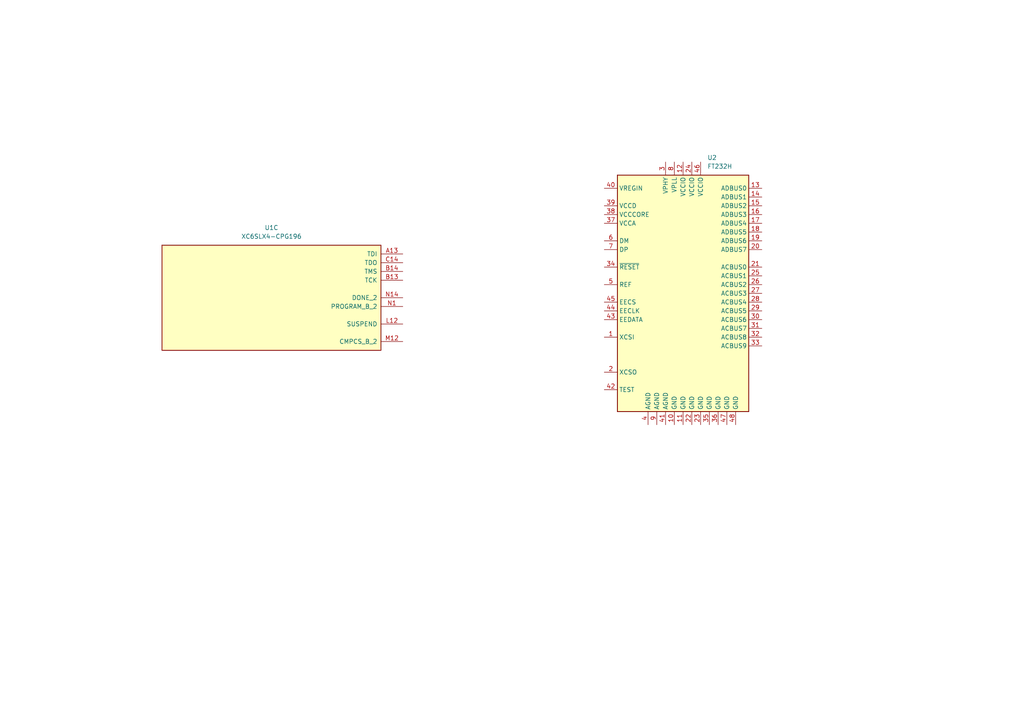
<source format=kicad_sch>
(kicad_sch (version 20230121) (generator eeschema)
  (paper "A4")
  (lib_symbols
    (symbol "FPGA_Xilinx_Spartan6:XC6SLX4-CPG196" (pin_names (offset 1.016))
      (property "Reference" "U" (at 0 1.27 0))
      (property "Value" "XC6SLX4-CPG196" (at 0 -1.27 0))
      (symbol "XC6SLX4-CPG196_1_1"
        (rectangle (start -44.45 36.83) (end 44.45 -43.18) (stroke (width 0.254)) (fill (type background)))
        (pin bidirectional line (at -50.8 -25.4 0) (length 6.35) (name "IO_L63N_SCP6_0") (number "A10"))
        (pin bidirectional line (at -50.8 -30.48 0) (length 6.35) (name "IO_L64N_SCP4_0") (number "A11"))
        (pin bidirectional line (at -50.8 -35.56 0) (length 6.35) (name "IO_L65N_SCP2_0") (number "A12"))
        (pin bidirectional line (at -50.8 20.32 0) (length 6.35) (name "IO_L1N_VREF_0") (number "A2"))
        (pin bidirectional line (at -50.8 15.24 0) (length 6.35) (name "IO_L2N_0") (number "A3"))
        (pin bidirectional line (at -50.8 10.16 0) (length 6.35) (name "IO_L3N_0") (number "A4"))
        (pin bidirectional line (at -50.8 5.08 0) (length 6.35) (name "IO_L4N_0") (number "A5"))
        (pin bidirectional line (at -50.8 0 0) (length 6.35) (name "IO_L34N_GCLK18_0") (number "A6"))
        (pin bidirectional line (at -50.8 -5.08 0) (length 6.35) (name "IO_L35N_GCLK16_0") (number "A7"))
        (pin bidirectional line (at -50.8 -15.24 0) (length 6.35) (name "IO_L37N_GCLK12_0") (number "A8"))
        (pin bidirectional line (at -50.8 -20.32 0) (length 6.35) (name "IO_L62N_VREF_0") (number "A9"))
        (pin bidirectional line (at -50.8 -22.86 0) (length 6.35) (name "IO_L63P_SCP7_0") (number "B10"))
        (pin bidirectional line (at -50.8 -27.94 0) (length 6.35) (name "IO_L64P_SCP5_0") (number "B11"))
        (pin bidirectional line (at -50.8 -33.02 0) (length 6.35) (name "IO_L65P_SCP3_0") (number "B12"))
        (pin bidirectional line (at -50.8 22.86 0) (length 6.35) (name "IO_L1P_HSWAPEN_0") (number "B2"))
        (pin bidirectional line (at -50.8 17.78 0) (length 6.35) (name "IO_L2P_0") (number "B3"))
        (pin bidirectional line (at -50.8 12.7 0) (length 6.35) (name "IO_L3P_0") (number "B4"))
        (pin bidirectional line (at -50.8 7.62 0) (length 6.35) (name "IO_L4P_0") (number "B5"))
        (pin bidirectional line (at -50.8 2.54 0) (length 6.35) (name "IO_L34P_GCLK19_0") (number "B6"))
        (pin bidirectional line (at -50.8 -2.54 0) (length 6.35) (name "IO_L35P_GCLK17_0") (number "B7"))
        (pin bidirectional line (at -50.8 -12.7 0) (length 6.35) (name "IO_L37P_GCLK13_0") (number "B8"))
        (pin bidirectional line (at -50.8 -17.78 0) (length 6.35) (name "IO_L62P_0") (number "B9"))
        (pin power_in line (at -33.02 43.18 270) (length 6.35) (name "VCCO_0") (number "C10"))
        (pin bidirectional line (at -50.8 -40.64 0) (length 6.35) (name "IO_L66N_SCP0_0") (number "C11"))
        (pin bidirectional line (at 50.8 22.86 180) (length 6.35) (name "IO_L1P_1") (number "C12"))
        (pin bidirectional line (at 50.8 20.32 180) (length 6.35) (name "IO_L1N_VREF_1") (number "C13"))
        (pin power_in line (at -40.64 43.18 270) (length 6.35) (name "VCCO_0") (number "C4"))
        (pin power_in line (at -38.1 43.18 270) (length 6.35) (name "VCCO_0") (number "C5"))
        (pin bidirectional line (at -50.8 -10.16 0) (length 6.35) (name "IO_L36N_GCLK14_0") (number "C8"))
        (pin power_in line (at -35.56 43.18 270) (length 6.35) (name "VCCO_0") (number "C9"))
        (pin bidirectional line (at -50.8 -38.1 0) (length 6.35) (name "IO_L66P_SCP1_0") (number "D11"))
        (pin power_in line (at 27.94 43.18 270) (length 6.35) (name "VCCO_1") (number "D12"))
        (pin bidirectional line (at 50.8 17.78 180) (length 6.35) (name "IO_L32P_1") (number "D13"))
        (pin bidirectional line (at 50.8 15.24 180) (length 6.35) (name "IO_L32N_1") (number "D14"))
        (pin bidirectional line (at -50.8 -7.62 0) (length 6.35) (name "IO_L36P_GCLK15_0") (number "D8"))
        (pin power_in line (at 30.48 43.18 270) (length 6.35) (name "VCCO_1") (number "E12"))
        (pin bidirectional line (at 50.8 12.7 180) (length 6.35) (name "IO_L33P_1") (number "E13"))
        (pin bidirectional line (at 50.8 10.16 180) (length 6.35) (name "IO_L33N_1") (number "E14"))
        (pin bidirectional line (at 50.8 7.62 180) (length 6.35) (name "IO_L34P_1") (number "F11"))
        (pin bidirectional line (at 50.8 5.08 180) (length 6.35) (name "IO_L34N_1") (number "F12"))
        (pin bidirectional line (at 50.8 -2.54 180) (length 6.35) (name "IO_L41P_GCLK9_IRDY1_1") (number "F13"))
        (pin bidirectional line (at 50.8 -5.08 180) (length 6.35) (name "IO_L41N_GCLK8_1") (number "F14"))
        (pin power_in line (at 33.02 43.18 270) (length 6.35) (name "VCCO_1") (number "G11"))
        (pin power_in line (at 35.56 43.18 270) (length 6.35) (name "VCCO_1") (number "G12"))
        (pin bidirectional line (at 50.8 2.54 180) (length 6.35) (name "IO_L40P_GCLK11_1") (number "G13"))
        (pin bidirectional line (at 50.8 0 180) (length 6.35) (name "IO_L40N_GCLK10_1") (number "G14"))
        (pin bidirectional line (at 50.8 -12.7 180) (length 6.35) (name "IO_L43P_GCLK5_1") (number "H11"))
        (pin bidirectional line (at 50.8 -15.24 180) (length 6.35) (name "IO_L43N_GCLK4_1") (number "H12"))
        (pin bidirectional line (at 50.8 -7.62 180) (length 6.35) (name "IO_L42P_GCLK7_1") (number "H13"))
        (pin bidirectional line (at 50.8 -10.16 180) (length 6.35) (name "IO_L42N_GCLK6_TRDY1_1") (number "H14"))
        (pin bidirectional line (at 50.8 -22.86 180) (length 6.35) (name "IO_L46P_1") (number "J11"))
        (pin bidirectional line (at 50.8 -25.4 180) (length 6.35) (name "IO_L46N_1") (number "J12"))
        (pin bidirectional line (at 50.8 -17.78 180) (length 6.35) (name "IO_L45P_1") (number "J13"))
        (pin bidirectional line (at 50.8 -20.32 180) (length 6.35) (name "IO_L45N_1") (number "J14"))
        (pin power_in line (at 38.1 43.18 270) (length 6.35) (name "VCCO_1") (number "K11"))
        (pin power_in line (at 40.64 43.18 270) (length 6.35) (name "VCCO_1") (number "K12"))
        (pin bidirectional line (at 50.8 -27.94 180) (length 6.35) (name "IO_L47P_1") (number "K13"))
        (pin bidirectional line (at 50.8 -30.48 180) (length 6.35) (name "IO_L47N_1") (number "K14"))
        (pin bidirectional line (at 50.8 -33.02 180) (length 6.35) (name "IO_L53P_1") (number "L13"))
        (pin bidirectional line (at 50.8 -35.56 180) (length 6.35) (name "IO_L53N_VREF_1") (number "L14"))
        (pin bidirectional line (at 50.8 -38.1 180) (length 6.35) (name "IO_L74P_AWAKE_1") (number "M13"))
        (pin bidirectional line (at 50.8 -40.64 180) (length 6.35) (name "IO_L74N_DOUT_BUSY_1") (number "M14"))
      )
      (symbol "XC6SLX4-CPG196_2_1"
        (rectangle (start -44.45 39.37) (end 44.45 -45.72) (stroke (width 0.254)) (fill (type background)))
        (pin bidirectional line (at 50.8 -38.1 180) (length 6.35) (name "IO_L83N_VREF_3") (number "B1"))
        (pin bidirectional line (at 50.8 -35.56 180) (length 6.35) (name "IO_L83P_3") (number "C1"))
        (pin bidirectional line (at 50.8 -33.02 180) (length 6.35) (name "IO_L52N_3") (number "D1"))
        (pin bidirectional line (at 50.8 -30.48 180) (length 6.35) (name "IO_L52P_3") (number "D2"))
        (pin bidirectional line (at 50.8 -27.94 180) (length 6.35) (name "IO_L51N_3") (number "D3"))
        (pin bidirectional line (at 50.8 -25.4 180) (length 6.35) (name "IO_L51P_3") (number "D4"))
        (pin bidirectional line (at 50.8 -22.86 180) (length 6.35) (name "IO_L50N_3") (number "E1"))
        (pin bidirectional line (at 50.8 -20.32 180) (length 6.35) (name "IO_L50P_3") (number "E2"))
        (pin power_in line (at 27.94 45.72 270) (length 6.35) (name "VCCO_3") (number "E3"))
        (pin power_in line (at 30.48 45.72 270) (length 6.35) (name "VCCO_3") (number "E4"))
        (pin bidirectional line (at 50.8 -12.7 180) (length 6.35) (name "IO_L44N_GCLK20_3") (number "F1"))
        (pin bidirectional line (at 50.8 -10.16 180) (length 6.35) (name "IO_L44P_GCLK21_3") (number "F2"))
        (pin bidirectional line (at 50.8 -17.78 180) (length 6.35) (name "IO_L49N_3") (number "F3"))
        (pin bidirectional line (at 50.8 -15.24 180) (length 6.35) (name "IO_L49P_3") (number "F4"))
        (pin bidirectional line (at 50.8 -2.54 180) (length 6.35) (name "IO_L42N_GCLK24_3") (number "G1"))
        (pin bidirectional line (at 50.8 0 180) (length 6.35) (name "IO_L42P_GCLK25_TRDY2_3") (number "G2"))
        (pin power_in line (at 33.02 45.72 270) (length 6.35) (name "VCCO_3") (number "G3"))
        (pin bidirectional line (at 50.8 -7.62 180) (length 6.35) (name "IO_L43N_GCLK22_IRDY2_3") (number "H1"))
        (pin bidirectional line (at 50.8 -5.08 180) (length 6.35) (name "IO_L43P_GCLK23_3") (number "H2"))
        (pin power_in line (at 35.56 45.72 270) (length 6.35) (name "VCCO_3") (number "H3"))
        (pin bidirectional line (at 50.8 2.54 180) (length 6.35) (name "IO_L41N_GCLK26_3") (number "J1"))
        (pin bidirectional line (at 50.8 5.08 180) (length 6.35) (name "IO_L41P_GCLK27_3") (number "J2"))
        (pin bidirectional line (at 50.8 7.62 180) (length 6.35) (name "IO_L37N_3") (number "J3"))
        (pin bidirectional line (at 50.8 10.16 180) (length 6.35) (name "IO_L37P_3") (number "J4"))
        (pin bidirectional line (at 50.8 12.7 180) (length 6.35) (name "IO_L36N_3") (number "K1"))
        (pin bidirectional line (at 50.8 15.24 180) (length 6.35) (name "IO_L36P_3") (number "K2"))
        (pin power_in line (at 38.1 45.72 270) (length 6.35) (name "VCCO_3") (number "K3"))
        (pin power_in line (at 40.64 45.72 270) (length 6.35) (name "VCCO_3") (number "K4"))
        (pin bidirectional line (at 50.8 17.78 180) (length 6.35) (name "IO_L2N_3") (number "L1"))
        (pin bidirectional line (at 50.8 20.32 180) (length 6.35) (name "IO_L2P_3") (number "L2"))
        (pin bidirectional line (at -50.8 -25.4 0) (length 6.35) (name "IO_L62P_D5_2") (number "L4"))
        (pin bidirectional line (at -50.8 0 0) (length 6.35) (name "IO_L14P_D11_2") (number "L8"))
        (pin bidirectional line (at 50.8 22.86 180) (length 6.35) (name "IO_L1N_VREF_3") (number "M1"))
        (pin power_in line (at -33.02 45.72 270) (length 6.35) (name "VCCO_2") (number "M10"))
        (pin bidirectional line (at 50.8 25.4 180) (length 6.35) (name "IO_L1P_3") (number "M2"))
        (pin bidirectional line (at -50.8 -27.94 0) (length 6.35) (name "IO_L62N_D6_2") (number "M4"))
        (pin power_in line (at -40.64 45.72 270) (length 6.35) (name "VCCO_2") (number "M5"))
        (pin power_in line (at -38.1 45.72 270) (length 6.35) (name "VCCO_2") (number "M6"))
        (pin bidirectional line (at -50.8 -2.54 0) (length 6.35) (name "IO_L14N_D12_2") (number "M8"))
        (pin power_in line (at -35.56 45.72 270) (length 6.35) (name "VCCO_2") (number "M9"))
        (pin bidirectional line (at -50.8 10.16 0) (length 6.35) (name "IO_L12P_D1_MISO2_2") (number "N10"))
        (pin bidirectional line (at -50.8 15.24 0) (length 6.35) (name "IO_L3P_D0_DIN_MISO_MISO1_2") (number "N11"))
        (pin bidirectional line (at -50.8 20.32 0) (length 6.35) (name "IO_L2P_CMPCLK_2") (number "N12"))
        (pin bidirectional line (at -50.8 25.4 0) (length 6.35) (name "IO_L1P_CCLK_2") (number "N13"))
        (pin bidirectional line (at -50.8 -40.64 0) (length 6.35) (name "IO_L65P_INIT_B_2") (number "N2"))
        (pin bidirectional line (at -50.8 -35.56 0) (length 6.35) (name "IO_L64P_D8_2") (number "N3"))
        (pin bidirectional line (at -50.8 -30.48 0) (length 6.35) (name "IO_L63P_2") (number "N4"))
        (pin bidirectional line (at -50.8 -20.32 0) (length 6.35) (name "IO_L49P_D3_2") (number "N5"))
        (pin bidirectional line (at -50.8 -15.24 0) (length 6.35) (name "IO_L48P_D7_2") (number "N6"))
        (pin bidirectional line (at -50.8 -10.16 0) (length 6.35) (name "IO_L31P_GCLK31_D14_2") (number "N7"))
        (pin bidirectional line (at -50.8 -5.08 0) (length 6.35) (name "IO_L30P_GCLK1_D13_2") (number "N8"))
        (pin bidirectional line (at -50.8 5.08 0) (length 6.35) (name "IO_L13P_M1_2") (number "N9"))
        (pin bidirectional line (at -50.8 7.62 0) (length 6.35) (name "IO_L12N_D2_MISO3_2") (number "P10"))
        (pin bidirectional line (at -50.8 12.7 0) (length 6.35) (name "IO_L3N_MOSI_CSI_B_MISO0_2") (number "P11"))
        (pin bidirectional line (at -50.8 17.78 0) (length 6.35) (name "IO_L2N_CMPMOSI_2") (number "P12"))
        (pin bidirectional line (at -50.8 22.86 0) (length 6.35) (name "IO_L1N_M0_CMPMISO_2") (number "P13"))
        (pin bidirectional line (at -50.8 -43.18 0) (length 6.35) (name "IO_L65N_CSO_B_2") (number "P2"))
        (pin bidirectional line (at -50.8 -38.1 0) (length 6.35) (name "IO_L64N_D9_2") (number "P3"))
        (pin bidirectional line (at -50.8 -33.02 0) (length 6.35) (name "IO_L63N_2") (number "P4"))
        (pin bidirectional line (at -50.8 -22.86 0) (length 6.35) (name "IO_L49N_D4_2") (number "P5"))
        (pin bidirectional line (at -50.8 -17.78 0) (length 6.35) (name "IO_L48N_RDWR_B_VREF_2") (number "P6"))
        (pin bidirectional line (at -50.8 -12.7 0) (length 6.35) (name "IO_L31N_GCLK30_D15_2") (number "P7"))
        (pin bidirectional line (at -50.8 -7.62 0) (length 6.35) (name "IO_L30N_GCLK0_USERCCLK_2") (number "P8"))
        (pin bidirectional line (at -50.8 2.54 0) (length 6.35) (name "IO_L13N_D10_2") (number "P9"))
      )
      (symbol "XC6SLX4-CPG196_3_1"
        (rectangle (start -31.75 15.24) (end 31.75 -15.24) (stroke (width 0.254)) (fill (type background)))
        (pin bidirectional line (at 38.1 12.7 180) (length 6.35) (name "TDI") (number "A13"))
        (pin bidirectional line (at 38.1 5.08 180) (length 6.35) (name "TCK") (number "B13"))
        (pin bidirectional line (at 38.1 7.62 180) (length 6.35) (name "TMS") (number "B14"))
        (pin bidirectional line (at 38.1 10.16 180) (length 6.35) (name "TDO") (number "C14"))
        (pin bidirectional line (at 38.1 -7.62 180) (length 6.35) (name "SUSPEND") (number "L12"))
        (pin bidirectional line (at 38.1 -12.7 180) (length 6.35) (name "CMPCS_B_2") (number "M12"))
        (pin bidirectional line (at 38.1 -2.54 180) (length 6.35) (name "PROGRAM_B_2") (number "N1"))
        (pin bidirectional line (at 38.1 0 180) (length 6.35) (name "DONE_2") (number "N14"))
      )
      (symbol "XC6SLX4-CPG196_4_1"
        (rectangle (start -19.05 45.72) (end 19.05 -45.72) (stroke (width 0.254)) (fill (type background)))
        (pin power_in line (at -25.4 5.08 0) (length 6.35) (name "GND") (number "A1"))
        (pin power_in line (at -25.4 2.54 0) (length 6.35) (name "GND") (number "A14"))
        (pin power_in line (at -25.4 0 0) (length 6.35) (name "GND") (number "C2"))
        (pin power_in line (at -25.4 -2.54 0) (length 6.35) (name "GND") (number "C3"))
        (pin power_in line (at -25.4 -5.08 0) (length 6.35) (name "GND") (number "C6"))
        (pin power_in line (at -25.4 -7.62 0) (length 6.35) (name "GND") (number "C7"))
        (pin power_in line (at -25.4 -17.78 0) (length 6.35) (name "GND") (number "D10"))
        (pin power_in line (at -25.4 -10.16 0) (length 6.35) (name "GND") (number "D5"))
        (pin power_in line (at -25.4 -12.7 0) (length 6.35) (name "GND") (number "D6"))
        (pin power_in line (at -25.4 43.18 0) (length 6.35) (name "VCCAUX") (number "D7"))
        (pin power_in line (at -25.4 -15.24 0) (length 6.35) (name "GND") (number "D9"))
        (pin power_in line (at 25.4 35.56 180) (length 6.35) (name "VCCINT") (number "E10"))
        (pin power_in line (at -25.4 -22.86 0) (length 6.35) (name "GND") (number "E11"))
        (pin power_in line (at 25.4 43.18 180) (length 6.35) (name "VCCINT") (number "E5"))
        (pin power_in line (at 25.4 40.64 180) (length 6.35) (name "VCCINT") (number "E6"))
        (pin power_in line (at -25.4 40.64 0) (length 6.35) (name "VCCAUX") (number "E7"))
        (pin power_in line (at -25.4 -20.32 0) (length 6.35) (name "GND") (number "E8"))
        (pin power_in line (at 25.4 38.1 180) (length 6.35) (name "VCCINT") (number "E9"))
        (pin power_in line (at 25.4 25.4 180) (length 6.35) (name "VCCINT") (number "F10"))
        (pin power_in line (at 25.4 33.02 180) (length 6.35) (name "VCCINT") (number "F5"))
        (pin power_in line (at 25.4 30.48 180) (length 6.35) (name "VCCINT") (number "F6"))
        (pin power_in line (at -25.4 -25.4 0) (length 6.35) (name "GND") (number "F7"))
        (pin power_in line (at -25.4 -27.94 0) (length 6.35) (name "GND") (number "F8"))
        (pin power_in line (at 25.4 27.94 180) (length 6.35) (name "VCCINT") (number "F9"))
        (pin power_in line (at -25.4 35.56 0) (length 6.35) (name "VCCAUX") (number "G10"))
        (pin power_in line (at -25.4 -30.48 0) (length 6.35) (name "GND") (number "G4"))
        (pin power_in line (at -25.4 -33.02 0) (length 6.35) (name "GND") (number "G5"))
        (pin power_in line (at -25.4 -35.56 0) (length 6.35) (name "GND") (number "G6"))
        (pin power_in line (at -25.4 -38.1 0) (length 6.35) (name "GND") (number "G7"))
        (pin power_in line (at -25.4 -40.64 0) (length 6.35) (name "GND") (number "G8"))
        (pin power_in line (at -25.4 38.1 0) (length 6.35) (name "VCCAUX") (number "G9"))
        (pin power_in line (at 25.4 -5.08 180) (length 6.35) (name "GND") (number "H10"))
        (pin power_in line (at -25.4 -43.18 0) (length 6.35) (name "GND") (number "H4"))
        (pin power_in line (at -25.4 33.02 0) (length 6.35) (name "VCCAUX") (number "H5"))
        (pin power_in line (at -25.4 30.48 0) (length 6.35) (name "VCCAUX") (number "H6"))
        (pin power_in line (at 25.4 2.54 180) (length 6.35) (name "GND") (number "H7"))
        (pin power_in line (at 25.4 0 180) (length 6.35) (name "GND") (number "H8"))
        (pin power_in line (at 25.4 -2.54 180) (length 6.35) (name "GND") (number "H9"))
        (pin power_in line (at 25.4 -12.7 180) (length 6.35) (name "GND") (number "J10"))
        (pin power_in line (at 25.4 22.86 180) (length 6.35) (name "VCCINT") (number "J5"))
        (pin power_in line (at 25.4 20.32 180) (length 6.35) (name "VCCINT") (number "J6"))
        (pin power_in line (at 25.4 -7.62 180) (length 6.35) (name "GND") (number "J7"))
        (pin power_in line (at 25.4 -10.16 180) (length 6.35) (name "GND") (number "J8"))
        (pin power_in line (at 25.4 17.78 180) (length 6.35) (name "VCCINT") (number "J9"))
        (pin power_in line (at 25.4 7.62 180) (length 6.35) (name "VCCINT") (number "K10"))
        (pin power_in line (at 25.4 15.24 180) (length 6.35) (name "VCCINT") (number "K5"))
        (pin power_in line (at 25.4 12.7 180) (length 6.35) (name "VCCINT") (number "K6"))
        (pin power_in line (at -25.4 27.94 0) (length 6.35) (name "VCCAUX") (number "K7"))
        (pin power_in line (at 25.4 -15.24 180) (length 6.35) (name "GND") (number "K8"))
        (pin power_in line (at 25.4 10.16 180) (length 6.35) (name "VCCINT") (number "K9"))
        (pin power_in line (at 25.4 -27.94 180) (length 6.35) (name "GND") (number "L10"))
        (pin power_in line (at 25.4 -30.48 180) (length 6.35) (name "GND") (number "L11"))
        (pin power_in line (at 25.4 -17.78 180) (length 6.35) (name "GND") (number "L3"))
        (pin power_in line (at 25.4 -20.32 180) (length 6.35) (name "GND") (number "L5"))
        (pin power_in line (at 25.4 -22.86 180) (length 6.35) (name "GND") (number "L6"))
        (pin power_in line (at -25.4 25.4 0) (length 6.35) (name "VCCAUX") (number "L7"))
        (pin power_in line (at 25.4 -25.4 180) (length 6.35) (name "GND") (number "L9"))
        (pin power_in line (at 25.4 -38.1 180) (length 6.35) (name "GND") (number "M11"))
        (pin power_in line (at 25.4 -33.02 180) (length 6.35) (name "GND") (number "M3"))
        (pin power_in line (at 25.4 -35.56 180) (length 6.35) (name "GND") (number "M7"))
        (pin power_in line (at 25.4 -40.64 180) (length 6.35) (name "GND") (number "P1"))
        (pin power_in line (at 25.4 -43.18 180) (length 6.35) (name "GND") (number "P14"))
      )
    )
    (symbol "Interface_USB:FT232H"
      (property "Reference" "U" (at -19.05 35.56 0))
      (property "Value" "FT232H" (at 12.7 35.56 0))
      (symbol "FT232H_0_1"
        (rectangle (start -19.05 34.29) (end 19.05 -34.29) (stroke (width 0.254)) (fill (type background)))
      )
      (symbol "FT232H_1_1"
        (pin input line (at -22.86 -12.7 0) (length 3.81) (name "XCSI") (number "1"))
        (pin power_in line (at -2.54 -38.1 90) (length 3.81) (name "GND") (number "10"))
        (pin power_in line (at 0 -38.1 90) (length 3.81) (name "GND") (number "11"))
        (pin power_in line (at 0 38.1 270) (length 3.81) (name "VCCIO") (number "12"))
        (pin bidirectional line (at 22.86 30.48 180) (length 3.81) (name "ADBUS0") (number "13"))
        (pin bidirectional line (at 22.86 27.94 180) (length 3.81) (name "ADBUS1") (number "14"))
        (pin bidirectional line (at 22.86 25.4 180) (length 3.81) (name "ADBUS2") (number "15"))
        (pin bidirectional line (at 22.86 22.86 180) (length 3.81) (name "ADBUS3") (number "16"))
        (pin bidirectional line (at 22.86 20.32 180) (length 3.81) (name "ADBUS4") (number "17"))
        (pin bidirectional line (at 22.86 17.78 180) (length 3.81) (name "ADBUS5") (number "18"))
        (pin bidirectional line (at 22.86 15.24 180) (length 3.81) (name "ADBUS6") (number "19"))
        (pin output line (at -22.86 -22.86 0) (length 3.81) (name "XCSO") (number "2"))
        (pin bidirectional line (at 22.86 12.7 180) (length 3.81) (name "ADBUS7") (number "20"))
        (pin bidirectional line (at 22.86 7.62 180) (length 3.81) (name "ACBUS0") (number "21"))
        (pin power_in line (at 2.54 -38.1 90) (length 3.81) (name "GND") (number "22"))
        (pin power_in line (at 5.08 -38.1 90) (length 3.81) (name "GND") (number "23"))
        (pin power_in line (at 2.54 38.1 270) (length 3.81) (name "VCCIO") (number "24"))
        (pin bidirectional line (at 22.86 5.08 180) (length 3.81) (name "ACBUS1") (number "25"))
        (pin bidirectional line (at 22.86 2.54 180) (length 3.81) (name "ACBUS2") (number "26"))
        (pin bidirectional line (at 22.86 0 180) (length 3.81) (name "ACBUS3") (number "27"))
        (pin bidirectional line (at 22.86 -2.54 180) (length 3.81) (name "ACBUS4") (number "28"))
        (pin bidirectional line (at 22.86 -5.08 180) (length 3.81) (name "ACBUS5") (number "29"))
        (pin power_in line (at -5.08 38.1 270) (length 3.81) (name "VPHY") (number "3"))
        (pin bidirectional line (at 22.86 -7.62 180) (length 3.81) (name "ACBUS6") (number "30"))
        (pin bidirectional line (at 22.86 -10.16 180) (length 3.81) (name "ACBUS7") (number "31"))
        (pin bidirectional line (at 22.86 -12.7 180) (length 3.81) (name "ACBUS8") (number "32"))
        (pin bidirectional line (at 22.86 -15.24 180) (length 3.81) (name "ACBUS9") (number "33"))
        (pin input line (at -22.86 7.62 0) (length 3.81) (name "~{RESET}") (number "34"))
        (pin power_in line (at 7.62 -38.1 90) (length 3.81) (name "GND") (number "35"))
        (pin power_in line (at 10.16 -38.1 90) (length 3.81) (name "GND") (number "36"))
        (pin power_out line (at -22.86 20.32 0) (length 3.81) (name "VCCA") (number "37"))
        (pin power_out line (at -22.86 22.86 0) (length 3.81) (name "VCCCORE") (number "38"))
        (pin power_in line (at -22.86 25.4 0) (length 3.81) (name "VCCD") (number "39"))
        (pin power_in line (at -10.16 -38.1 90) (length 3.81) (name "AGND") (number "4"))
        (pin power_in line (at -22.86 30.48 0) (length 3.81) (name "VREGIN") (number "40"))
        (pin power_in line (at -5.08 -38.1 90) (length 3.81) (name "AGND") (number "41"))
        (pin input line (at -22.86 -27.94 0) (length 3.81) (name "TEST") (number "42"))
        (pin bidirectional line (at -22.86 -7.62 0) (length 3.81) (name "EEDATA") (number "43"))
        (pin input line (at -22.86 -5.08 0) (length 3.81) (name "EECLK") (number "44"))
        (pin input line (at -22.86 -2.54 0) (length 3.81) (name "EECS") (number "45"))
        (pin power_in line (at 5.08 38.1 270) (length 3.81) (name "VCCIO") (number "46"))
        (pin power_in line (at 12.7 -38.1 90) (length 3.81) (name "GND") (number "47"))
        (pin power_in line (at 15.24 -38.1 90) (length 3.81) (name "GND") (number "48"))
        (pin input line (at -22.86 2.54 0) (length 3.81) (name "REF") (number "5"))
        (pin bidirectional line (at -22.86 15.24 0) (length 3.81) (name "DM") (number "6"))
        (pin bidirectional line (at -22.86 12.7 0) (length 3.81) (name "DP") (number "7"))
        (pin power_in line (at -2.54 38.1 270) (length 3.81) (name "VPLL") (number "8"))
        (pin power_in line (at -7.62 -38.1 90) (length 3.81) (name "AGND") (number "9"))
      )
    )
  )
  (symbol (lib_id "Interface_USB:FT232H") (at 198.12 85.09 0) (unit 1)
    (property "Reference" "U2" (at 205.1559 45.72 0) (effects (justify left)))
    (property "Value" "FT232H" (at 205.1559 48.26 0) (effects (justify left)))
    (property "Footprint" "Package_DFN_QFN:QFN-48-1EP_8x8mm_P0.5mm_EP6.2x6.2mm" (effects hide))
    (property "Datasheet" "https://www.ftdichip.com/Support/Documents/DataSheets/ICs/DS_FT232H.pdf" (effects hide))
  )
  (symbol (lib_id "FPGA_Xilinx_Spartan6:XC6SLX4-CPG196") (at 78.74 86.36 0) (unit 3)
    (property "Reference" "U1" (at 78.74 66.04 0))
    (property "Value" "XC6SLX4-CPG196" (at 78.74 68.58 0))
    (property "Footprint" "Package_BGA:Xilinx_CPGA196" (effects hide))
  )
)
</source>
